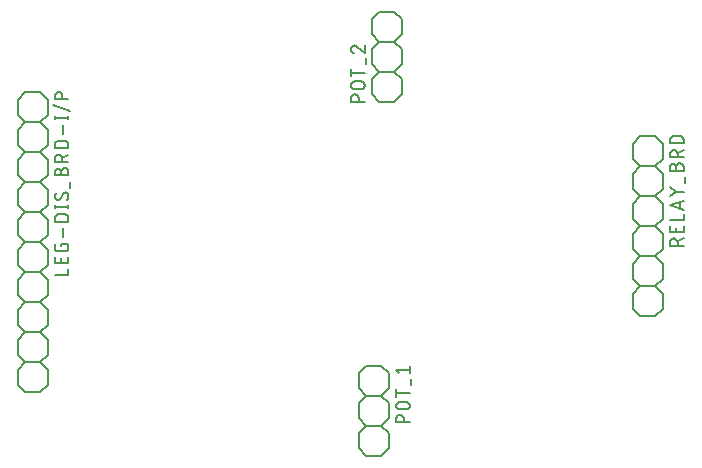
<source format=gbr>
G04 EAGLE Gerber RS-274X export*
G75*
%MOMM*%
%FSLAX34Y34*%
%LPD*%
%INSilkscreen Top*%
%IPPOS*%
%AMOC8*
5,1,8,0,0,1.08239X$1,22.5*%
G01*
%ADD10C,0.152400*%
%ADD11C,0.127000*%


D10*
X309650Y319200D02*
X316000Y312850D01*
X316000Y300150D01*
X309650Y293800D01*
X296950Y293800D01*
X290600Y300150D01*
X290600Y312850D01*
X296950Y319200D01*
X316000Y350950D02*
X316000Y363650D01*
X316000Y350950D02*
X309650Y344600D01*
X296950Y344600D01*
X290600Y350950D01*
X309650Y344600D02*
X316000Y338250D01*
X316000Y325550D01*
X309650Y319200D01*
X296950Y319200D01*
X290600Y325550D01*
X290600Y338250D01*
X296950Y344600D01*
X316000Y389050D02*
X309650Y395400D01*
X316000Y389050D02*
X316000Y376350D01*
X309650Y370000D01*
X296950Y370000D01*
X290600Y376350D01*
X290600Y389050D01*
X296950Y395400D01*
X309650Y370000D02*
X316000Y363650D01*
X296950Y370000D02*
X290600Y363650D01*
X290600Y350950D01*
X316000Y427150D02*
X316000Y439850D01*
X316000Y427150D02*
X309650Y420800D01*
X296950Y420800D01*
X290600Y427150D01*
X309650Y420800D02*
X316000Y414450D01*
X316000Y401750D01*
X309650Y395400D01*
X296950Y395400D01*
X290600Y401750D01*
X290600Y414450D01*
X296950Y420800D01*
X316000Y465250D02*
X309650Y471600D01*
X316000Y465250D02*
X316000Y452550D01*
X309650Y446200D01*
X296950Y446200D01*
X290600Y452550D01*
X290600Y465250D01*
X296950Y471600D01*
X309650Y446200D02*
X316000Y439850D01*
X296950Y446200D02*
X290600Y439850D01*
X290600Y427150D01*
X316000Y503350D02*
X316000Y516050D01*
X316000Y503350D02*
X309650Y497000D01*
X296950Y497000D01*
X290600Y503350D01*
X309650Y497000D02*
X316000Y490650D01*
X316000Y477950D01*
X309650Y471600D01*
X296950Y471600D01*
X290600Y477950D01*
X290600Y490650D01*
X296950Y497000D01*
X296950Y522400D02*
X309650Y522400D01*
X316000Y516050D01*
X296950Y522400D02*
X290600Y516050D01*
X290600Y503350D01*
X316000Y287450D02*
X316000Y274750D01*
X309650Y268400D01*
X296950Y268400D01*
X290600Y274750D01*
X309650Y293800D02*
X316000Y287450D01*
X296950Y293800D02*
X290600Y287450D01*
X290600Y274750D01*
D11*
X322223Y367803D02*
X333653Y367803D01*
X333653Y372883D01*
X333653Y377709D02*
X333653Y382789D01*
X333653Y377709D02*
X322223Y377709D01*
X322223Y382789D01*
X327303Y381519D02*
X327303Y377709D01*
X327303Y392035D02*
X327303Y393940D01*
X333653Y393940D01*
X333653Y390130D01*
X333651Y390030D01*
X333645Y389931D01*
X333635Y389831D01*
X333622Y389733D01*
X333604Y389634D01*
X333583Y389537D01*
X333558Y389441D01*
X333529Y389345D01*
X333496Y389251D01*
X333460Y389158D01*
X333420Y389067D01*
X333376Y388977D01*
X333329Y388889D01*
X333279Y388803D01*
X333225Y388719D01*
X333168Y388637D01*
X333108Y388558D01*
X333044Y388480D01*
X332978Y388406D01*
X332909Y388334D01*
X332837Y388265D01*
X332763Y388199D01*
X332685Y388135D01*
X332606Y388075D01*
X332524Y388018D01*
X332440Y387964D01*
X332354Y387914D01*
X332266Y387867D01*
X332176Y387823D01*
X332085Y387783D01*
X331992Y387747D01*
X331898Y387714D01*
X331802Y387685D01*
X331706Y387660D01*
X331609Y387639D01*
X331510Y387621D01*
X331412Y387608D01*
X331312Y387598D01*
X331213Y387592D01*
X331113Y387590D01*
X324763Y387590D01*
X324663Y387592D01*
X324564Y387598D01*
X324464Y387608D01*
X324366Y387621D01*
X324267Y387639D01*
X324170Y387660D01*
X324074Y387685D01*
X323978Y387714D01*
X323884Y387747D01*
X323791Y387783D01*
X323700Y387823D01*
X323610Y387867D01*
X323522Y387914D01*
X323436Y387964D01*
X323352Y388018D01*
X323270Y388075D01*
X323191Y388135D01*
X323113Y388199D01*
X323039Y388265D01*
X322967Y388334D01*
X322898Y388406D01*
X322832Y388480D01*
X322768Y388558D01*
X322708Y388637D01*
X322651Y388719D01*
X322597Y388803D01*
X322547Y388889D01*
X322500Y388977D01*
X322456Y389067D01*
X322416Y389158D01*
X322380Y389251D01*
X322347Y389345D01*
X322318Y389441D01*
X322293Y389537D01*
X322272Y389634D01*
X322254Y389733D01*
X322241Y389831D01*
X322231Y389931D01*
X322225Y390030D01*
X322223Y390130D01*
X322223Y393940D01*
X329208Y399528D02*
X329208Y407148D01*
X333653Y412736D02*
X322223Y412736D01*
X322223Y415911D01*
X322225Y416022D01*
X322231Y416132D01*
X322240Y416243D01*
X322254Y416353D01*
X322271Y416462D01*
X322292Y416571D01*
X322317Y416679D01*
X322346Y416786D01*
X322378Y416892D01*
X322414Y416997D01*
X322454Y417100D01*
X322497Y417202D01*
X322544Y417303D01*
X322595Y417402D01*
X322648Y417499D01*
X322705Y417593D01*
X322766Y417686D01*
X322829Y417777D01*
X322896Y417866D01*
X322966Y417952D01*
X323039Y418035D01*
X323114Y418117D01*
X323192Y418195D01*
X323274Y418270D01*
X323357Y418343D01*
X323443Y418413D01*
X323532Y418480D01*
X323623Y418543D01*
X323716Y418604D01*
X323811Y418661D01*
X323907Y418714D01*
X324006Y418765D01*
X324107Y418812D01*
X324209Y418855D01*
X324312Y418895D01*
X324417Y418931D01*
X324523Y418963D01*
X324630Y418992D01*
X324738Y419017D01*
X324847Y419038D01*
X324956Y419055D01*
X325066Y419069D01*
X325177Y419078D01*
X325287Y419084D01*
X325398Y419086D01*
X330478Y419086D01*
X330589Y419084D01*
X330699Y419078D01*
X330810Y419069D01*
X330920Y419055D01*
X331029Y419038D01*
X331138Y419017D01*
X331246Y418992D01*
X331353Y418963D01*
X331459Y418931D01*
X331564Y418895D01*
X331667Y418855D01*
X331769Y418812D01*
X331870Y418765D01*
X331969Y418714D01*
X332066Y418661D01*
X332160Y418604D01*
X332253Y418543D01*
X332344Y418480D01*
X332433Y418413D01*
X332519Y418343D01*
X332602Y418270D01*
X332684Y418195D01*
X332762Y418117D01*
X332837Y418035D01*
X332910Y417952D01*
X332980Y417866D01*
X333047Y417777D01*
X333110Y417686D01*
X333171Y417593D01*
X333228Y417499D01*
X333281Y417402D01*
X333332Y417303D01*
X333379Y417202D01*
X333422Y417100D01*
X333462Y416997D01*
X333498Y416892D01*
X333530Y416786D01*
X333559Y416679D01*
X333584Y416571D01*
X333605Y416462D01*
X333622Y416353D01*
X333636Y416243D01*
X333645Y416132D01*
X333651Y416022D01*
X333653Y415911D01*
X333653Y412736D01*
X333653Y425436D02*
X322223Y425436D01*
X333653Y424166D02*
X333653Y426706D01*
X322223Y426706D02*
X322223Y424166D01*
X333653Y434834D02*
X333651Y434934D01*
X333645Y435033D01*
X333635Y435133D01*
X333622Y435231D01*
X333604Y435330D01*
X333583Y435427D01*
X333558Y435523D01*
X333529Y435619D01*
X333496Y435713D01*
X333460Y435806D01*
X333420Y435897D01*
X333376Y435987D01*
X333329Y436075D01*
X333279Y436161D01*
X333225Y436245D01*
X333168Y436327D01*
X333108Y436406D01*
X333044Y436484D01*
X332978Y436558D01*
X332909Y436630D01*
X332837Y436699D01*
X332763Y436765D01*
X332685Y436829D01*
X332606Y436889D01*
X332524Y436946D01*
X332440Y437000D01*
X332354Y437050D01*
X332266Y437097D01*
X332176Y437141D01*
X332085Y437181D01*
X331992Y437217D01*
X331898Y437250D01*
X331802Y437279D01*
X331706Y437304D01*
X331609Y437325D01*
X331510Y437343D01*
X331412Y437356D01*
X331312Y437366D01*
X331213Y437372D01*
X331113Y437374D01*
X333653Y434834D02*
X333651Y434693D01*
X333646Y434552D01*
X333636Y434411D01*
X333623Y434270D01*
X333607Y434130D01*
X333586Y433990D01*
X333562Y433851D01*
X333534Y433712D01*
X333503Y433575D01*
X333468Y433438D01*
X333430Y433302D01*
X333388Y433167D01*
X333342Y433034D01*
X333293Y432901D01*
X333240Y432770D01*
X333184Y432641D01*
X333125Y432512D01*
X333062Y432386D01*
X332996Y432261D01*
X332927Y432138D01*
X332854Y432017D01*
X332778Y431898D01*
X332699Y431780D01*
X332618Y431665D01*
X332533Y431553D01*
X332445Y431442D01*
X332354Y431334D01*
X332261Y431228D01*
X332164Y431125D01*
X332065Y431024D01*
X324763Y431341D02*
X324663Y431343D01*
X324564Y431349D01*
X324464Y431359D01*
X324366Y431372D01*
X324267Y431390D01*
X324170Y431411D01*
X324074Y431436D01*
X323978Y431465D01*
X323884Y431498D01*
X323791Y431534D01*
X323700Y431574D01*
X323610Y431618D01*
X323522Y431665D01*
X323436Y431715D01*
X323352Y431769D01*
X323270Y431826D01*
X323191Y431886D01*
X323113Y431950D01*
X323039Y432016D01*
X322967Y432085D01*
X322898Y432157D01*
X322832Y432231D01*
X322768Y432309D01*
X322708Y432388D01*
X322651Y432470D01*
X322597Y432554D01*
X322547Y432640D01*
X322500Y432728D01*
X322456Y432818D01*
X322416Y432909D01*
X322380Y433002D01*
X322347Y433096D01*
X322318Y433192D01*
X322293Y433288D01*
X322272Y433385D01*
X322254Y433484D01*
X322241Y433582D01*
X322231Y433682D01*
X322225Y433781D01*
X322223Y433881D01*
X322225Y434014D01*
X322230Y434147D01*
X322240Y434280D01*
X322253Y434413D01*
X322270Y434545D01*
X322290Y434677D01*
X322314Y434808D01*
X322342Y434938D01*
X322373Y435068D01*
X322408Y435196D01*
X322447Y435324D01*
X322489Y435450D01*
X322535Y435575D01*
X322584Y435699D01*
X322636Y435822D01*
X322692Y435943D01*
X322752Y436062D01*
X322814Y436180D01*
X322880Y436295D01*
X322949Y436409D01*
X323022Y436521D01*
X323097Y436631D01*
X323176Y436739D01*
X326986Y432611D02*
X326934Y432527D01*
X326879Y432444D01*
X326820Y432364D01*
X326759Y432286D01*
X326695Y432211D01*
X326627Y432138D01*
X326557Y432067D01*
X326485Y432000D01*
X326410Y431935D01*
X326332Y431873D01*
X326252Y431814D01*
X326170Y431758D01*
X326086Y431706D01*
X326000Y431657D01*
X325912Y431611D01*
X325822Y431568D01*
X325731Y431529D01*
X325638Y431494D01*
X325544Y431462D01*
X325449Y431434D01*
X325353Y431409D01*
X325256Y431389D01*
X325158Y431371D01*
X325060Y431358D01*
X324961Y431349D01*
X324862Y431343D01*
X324763Y431341D01*
X328890Y436104D02*
X328942Y436188D01*
X328997Y436271D01*
X329056Y436351D01*
X329117Y436429D01*
X329181Y436504D01*
X329249Y436577D01*
X329319Y436648D01*
X329391Y436715D01*
X329466Y436780D01*
X329544Y436842D01*
X329624Y436901D01*
X329706Y436957D01*
X329790Y437009D01*
X329876Y437058D01*
X329964Y437104D01*
X330054Y437147D01*
X330145Y437186D01*
X330238Y437221D01*
X330332Y437253D01*
X330427Y437281D01*
X330523Y437306D01*
X330620Y437326D01*
X330718Y437344D01*
X330816Y437357D01*
X330915Y437366D01*
X331014Y437372D01*
X331113Y437374D01*
X328891Y436104D02*
X326986Y432611D01*
X334923Y441565D02*
X334923Y446645D01*
X327303Y451788D02*
X327303Y454963D01*
X327305Y455074D01*
X327311Y455184D01*
X327320Y455295D01*
X327334Y455405D01*
X327351Y455514D01*
X327372Y455623D01*
X327397Y455731D01*
X327426Y455838D01*
X327458Y455944D01*
X327494Y456049D01*
X327534Y456152D01*
X327577Y456254D01*
X327624Y456355D01*
X327675Y456454D01*
X327728Y456551D01*
X327785Y456645D01*
X327846Y456738D01*
X327909Y456829D01*
X327976Y456918D01*
X328046Y457004D01*
X328119Y457087D01*
X328194Y457169D01*
X328272Y457247D01*
X328354Y457322D01*
X328437Y457395D01*
X328523Y457465D01*
X328612Y457532D01*
X328703Y457595D01*
X328796Y457656D01*
X328891Y457713D01*
X328987Y457766D01*
X329086Y457817D01*
X329187Y457864D01*
X329289Y457907D01*
X329392Y457947D01*
X329497Y457983D01*
X329603Y458015D01*
X329710Y458044D01*
X329818Y458069D01*
X329927Y458090D01*
X330036Y458107D01*
X330146Y458121D01*
X330257Y458130D01*
X330367Y458136D01*
X330478Y458138D01*
X330589Y458136D01*
X330699Y458130D01*
X330810Y458121D01*
X330920Y458107D01*
X331029Y458090D01*
X331138Y458069D01*
X331246Y458044D01*
X331353Y458015D01*
X331459Y457983D01*
X331564Y457947D01*
X331667Y457907D01*
X331769Y457864D01*
X331870Y457817D01*
X331969Y457766D01*
X332066Y457713D01*
X332160Y457656D01*
X332253Y457595D01*
X332344Y457532D01*
X332433Y457465D01*
X332519Y457395D01*
X332602Y457322D01*
X332684Y457247D01*
X332762Y457169D01*
X332837Y457087D01*
X332910Y457004D01*
X332980Y456918D01*
X333047Y456829D01*
X333110Y456738D01*
X333171Y456645D01*
X333228Y456551D01*
X333281Y456454D01*
X333332Y456355D01*
X333379Y456254D01*
X333422Y456152D01*
X333462Y456049D01*
X333498Y455944D01*
X333530Y455838D01*
X333559Y455731D01*
X333584Y455623D01*
X333605Y455514D01*
X333622Y455405D01*
X333636Y455295D01*
X333645Y455184D01*
X333651Y455074D01*
X333653Y454963D01*
X333653Y451788D01*
X322223Y451788D01*
X322223Y454963D01*
X322225Y455063D01*
X322231Y455162D01*
X322241Y455262D01*
X322254Y455360D01*
X322272Y455459D01*
X322293Y455556D01*
X322318Y455652D01*
X322347Y455748D01*
X322380Y455842D01*
X322416Y455935D01*
X322456Y456026D01*
X322500Y456116D01*
X322547Y456204D01*
X322597Y456290D01*
X322651Y456374D01*
X322708Y456456D01*
X322768Y456535D01*
X322832Y456613D01*
X322898Y456687D01*
X322967Y456759D01*
X323039Y456828D01*
X323113Y456894D01*
X323191Y456958D01*
X323270Y457018D01*
X323352Y457075D01*
X323436Y457129D01*
X323522Y457179D01*
X323610Y457226D01*
X323700Y457270D01*
X323791Y457310D01*
X323884Y457346D01*
X323978Y457379D01*
X324074Y457408D01*
X324170Y457433D01*
X324267Y457454D01*
X324366Y457472D01*
X324464Y457485D01*
X324564Y457495D01*
X324663Y457501D01*
X324763Y457503D01*
X324863Y457501D01*
X324962Y457495D01*
X325062Y457485D01*
X325160Y457472D01*
X325259Y457454D01*
X325356Y457433D01*
X325452Y457408D01*
X325548Y457379D01*
X325642Y457346D01*
X325735Y457310D01*
X325826Y457270D01*
X325916Y457226D01*
X326004Y457179D01*
X326090Y457129D01*
X326174Y457075D01*
X326256Y457018D01*
X326335Y456958D01*
X326413Y456894D01*
X326487Y456828D01*
X326559Y456759D01*
X326628Y456687D01*
X326694Y456613D01*
X326758Y456535D01*
X326818Y456456D01*
X326875Y456374D01*
X326929Y456290D01*
X326979Y456204D01*
X327026Y456116D01*
X327070Y456026D01*
X327110Y455935D01*
X327146Y455842D01*
X327179Y455748D01*
X327208Y455652D01*
X327233Y455556D01*
X327254Y455459D01*
X327272Y455360D01*
X327285Y455262D01*
X327295Y455162D01*
X327301Y455063D01*
X327303Y454963D01*
X322223Y463110D02*
X333653Y463110D01*
X322223Y463110D02*
X322223Y466285D01*
X322225Y466396D01*
X322231Y466506D01*
X322240Y466617D01*
X322254Y466727D01*
X322271Y466836D01*
X322292Y466945D01*
X322317Y467053D01*
X322346Y467160D01*
X322378Y467266D01*
X322414Y467371D01*
X322454Y467474D01*
X322497Y467576D01*
X322544Y467677D01*
X322595Y467776D01*
X322648Y467873D01*
X322705Y467967D01*
X322766Y468060D01*
X322829Y468151D01*
X322896Y468240D01*
X322966Y468326D01*
X323039Y468409D01*
X323114Y468491D01*
X323192Y468569D01*
X323274Y468644D01*
X323357Y468717D01*
X323443Y468787D01*
X323532Y468854D01*
X323623Y468917D01*
X323716Y468978D01*
X323811Y469035D01*
X323907Y469088D01*
X324006Y469139D01*
X324107Y469186D01*
X324209Y469229D01*
X324312Y469269D01*
X324417Y469305D01*
X324523Y469337D01*
X324630Y469366D01*
X324738Y469391D01*
X324847Y469412D01*
X324956Y469429D01*
X325066Y469443D01*
X325177Y469452D01*
X325287Y469458D01*
X325398Y469460D01*
X325509Y469458D01*
X325619Y469452D01*
X325730Y469443D01*
X325840Y469429D01*
X325949Y469412D01*
X326058Y469391D01*
X326166Y469366D01*
X326273Y469337D01*
X326379Y469305D01*
X326484Y469269D01*
X326587Y469229D01*
X326689Y469186D01*
X326790Y469139D01*
X326889Y469088D01*
X326986Y469035D01*
X327080Y468978D01*
X327173Y468917D01*
X327264Y468854D01*
X327353Y468787D01*
X327439Y468717D01*
X327522Y468644D01*
X327604Y468569D01*
X327682Y468491D01*
X327757Y468409D01*
X327830Y468326D01*
X327900Y468240D01*
X327967Y468151D01*
X328030Y468060D01*
X328091Y467967D01*
X328148Y467873D01*
X328201Y467776D01*
X328252Y467677D01*
X328299Y467576D01*
X328342Y467474D01*
X328382Y467371D01*
X328418Y467266D01*
X328450Y467160D01*
X328479Y467053D01*
X328504Y466945D01*
X328525Y466836D01*
X328542Y466727D01*
X328556Y466617D01*
X328565Y466506D01*
X328571Y466396D01*
X328573Y466285D01*
X328573Y463110D01*
X328573Y466920D02*
X333653Y469460D01*
X333653Y474839D02*
X322223Y474839D01*
X322223Y478014D01*
X322225Y478125D01*
X322231Y478235D01*
X322240Y478346D01*
X322254Y478456D01*
X322271Y478565D01*
X322292Y478674D01*
X322317Y478782D01*
X322346Y478889D01*
X322378Y478995D01*
X322414Y479100D01*
X322454Y479203D01*
X322497Y479305D01*
X322544Y479406D01*
X322595Y479505D01*
X322648Y479602D01*
X322705Y479696D01*
X322766Y479789D01*
X322829Y479880D01*
X322896Y479969D01*
X322966Y480055D01*
X323039Y480138D01*
X323114Y480220D01*
X323192Y480298D01*
X323274Y480373D01*
X323357Y480446D01*
X323443Y480516D01*
X323532Y480583D01*
X323623Y480646D01*
X323716Y480707D01*
X323811Y480764D01*
X323907Y480817D01*
X324006Y480868D01*
X324107Y480915D01*
X324209Y480958D01*
X324312Y480998D01*
X324417Y481034D01*
X324523Y481066D01*
X324630Y481095D01*
X324738Y481120D01*
X324847Y481141D01*
X324956Y481158D01*
X325066Y481172D01*
X325177Y481181D01*
X325287Y481187D01*
X325398Y481189D01*
X330478Y481189D01*
X330589Y481187D01*
X330699Y481181D01*
X330810Y481172D01*
X330920Y481158D01*
X331029Y481141D01*
X331138Y481120D01*
X331246Y481095D01*
X331353Y481066D01*
X331459Y481034D01*
X331564Y480998D01*
X331667Y480958D01*
X331769Y480915D01*
X331870Y480868D01*
X331969Y480817D01*
X332066Y480764D01*
X332160Y480707D01*
X332253Y480646D01*
X332344Y480583D01*
X332433Y480516D01*
X332519Y480446D01*
X332602Y480373D01*
X332684Y480298D01*
X332762Y480220D01*
X332837Y480138D01*
X332910Y480055D01*
X332980Y479969D01*
X333047Y479880D01*
X333110Y479789D01*
X333171Y479696D01*
X333228Y479602D01*
X333281Y479505D01*
X333332Y479406D01*
X333379Y479305D01*
X333422Y479203D01*
X333462Y479100D01*
X333498Y478995D01*
X333530Y478889D01*
X333559Y478782D01*
X333584Y478674D01*
X333605Y478565D01*
X333622Y478456D01*
X333636Y478346D01*
X333645Y478235D01*
X333651Y478125D01*
X333653Y478014D01*
X333653Y474839D01*
X329208Y486777D02*
X329208Y494397D01*
X333653Y500493D02*
X322223Y500493D01*
X333653Y499223D02*
X333653Y501763D01*
X322223Y501763D02*
X322223Y499223D01*
X320953Y511034D02*
X334923Y505954D01*
X333653Y516177D02*
X322223Y516177D01*
X322223Y519352D01*
X322225Y519463D01*
X322231Y519573D01*
X322240Y519684D01*
X322254Y519794D01*
X322271Y519903D01*
X322292Y520012D01*
X322317Y520120D01*
X322346Y520227D01*
X322378Y520333D01*
X322414Y520438D01*
X322454Y520541D01*
X322497Y520643D01*
X322544Y520744D01*
X322595Y520843D01*
X322648Y520940D01*
X322705Y521034D01*
X322766Y521127D01*
X322829Y521218D01*
X322896Y521307D01*
X322966Y521393D01*
X323039Y521476D01*
X323114Y521558D01*
X323192Y521636D01*
X323274Y521711D01*
X323357Y521784D01*
X323443Y521854D01*
X323532Y521921D01*
X323623Y521984D01*
X323716Y522045D01*
X323811Y522102D01*
X323907Y522155D01*
X324006Y522206D01*
X324107Y522253D01*
X324209Y522296D01*
X324312Y522336D01*
X324417Y522372D01*
X324523Y522404D01*
X324630Y522433D01*
X324738Y522458D01*
X324847Y522479D01*
X324956Y522496D01*
X325066Y522510D01*
X325177Y522519D01*
X325287Y522525D01*
X325398Y522527D01*
X325509Y522525D01*
X325619Y522519D01*
X325730Y522510D01*
X325840Y522496D01*
X325949Y522479D01*
X326058Y522458D01*
X326166Y522433D01*
X326273Y522404D01*
X326379Y522372D01*
X326484Y522336D01*
X326587Y522296D01*
X326689Y522253D01*
X326790Y522206D01*
X326889Y522155D01*
X326986Y522102D01*
X327080Y522045D01*
X327173Y521984D01*
X327264Y521921D01*
X327353Y521854D01*
X327439Y521784D01*
X327522Y521711D01*
X327604Y521636D01*
X327682Y521558D01*
X327757Y521476D01*
X327830Y521393D01*
X327900Y521307D01*
X327967Y521218D01*
X328030Y521127D01*
X328091Y521034D01*
X328148Y520940D01*
X328201Y520843D01*
X328252Y520744D01*
X328299Y520643D01*
X328342Y520541D01*
X328382Y520438D01*
X328418Y520333D01*
X328450Y520227D01*
X328479Y520120D01*
X328504Y520012D01*
X328525Y519903D01*
X328542Y519794D01*
X328556Y519684D01*
X328565Y519573D01*
X328571Y519463D01*
X328573Y519352D01*
X328573Y516177D01*
D10*
X604900Y284150D02*
X604900Y271450D01*
X598550Y265100D01*
X585850Y265100D01*
X579500Y271450D01*
X598550Y265100D02*
X604900Y258750D01*
X604900Y246050D01*
X598550Y239700D01*
X585850Y239700D01*
X579500Y246050D01*
X579500Y258750D01*
X585850Y265100D01*
X585850Y290500D02*
X598550Y290500D01*
X604900Y284150D01*
X585850Y290500D02*
X579500Y284150D01*
X579500Y271450D01*
X598550Y239700D02*
X604900Y233350D01*
X604900Y220650D01*
X598550Y214300D01*
X585850Y214300D01*
X579500Y220650D01*
X579500Y233350D01*
X585850Y239700D01*
D11*
X611123Y242939D02*
X622553Y242939D01*
X611123Y242939D02*
X611123Y246114D01*
X611125Y246225D01*
X611131Y246335D01*
X611140Y246446D01*
X611154Y246556D01*
X611171Y246665D01*
X611192Y246774D01*
X611217Y246882D01*
X611246Y246989D01*
X611278Y247095D01*
X611314Y247200D01*
X611354Y247303D01*
X611397Y247405D01*
X611444Y247506D01*
X611495Y247605D01*
X611548Y247702D01*
X611605Y247796D01*
X611666Y247889D01*
X611729Y247980D01*
X611796Y248069D01*
X611866Y248155D01*
X611939Y248238D01*
X612014Y248320D01*
X612092Y248398D01*
X612174Y248473D01*
X612257Y248546D01*
X612343Y248616D01*
X612432Y248683D01*
X612523Y248746D01*
X612616Y248807D01*
X612711Y248864D01*
X612807Y248917D01*
X612906Y248968D01*
X613007Y249015D01*
X613109Y249058D01*
X613212Y249098D01*
X613317Y249134D01*
X613423Y249166D01*
X613530Y249195D01*
X613638Y249220D01*
X613747Y249241D01*
X613856Y249258D01*
X613966Y249272D01*
X614077Y249281D01*
X614187Y249287D01*
X614298Y249289D01*
X614409Y249287D01*
X614519Y249281D01*
X614630Y249272D01*
X614740Y249258D01*
X614849Y249241D01*
X614958Y249220D01*
X615066Y249195D01*
X615173Y249166D01*
X615279Y249134D01*
X615384Y249098D01*
X615487Y249058D01*
X615589Y249015D01*
X615690Y248968D01*
X615789Y248917D01*
X615886Y248864D01*
X615980Y248807D01*
X616073Y248746D01*
X616164Y248683D01*
X616253Y248616D01*
X616339Y248546D01*
X616422Y248473D01*
X616504Y248398D01*
X616582Y248320D01*
X616657Y248238D01*
X616730Y248155D01*
X616800Y248069D01*
X616867Y247980D01*
X616930Y247889D01*
X616991Y247796D01*
X617048Y247702D01*
X617101Y247605D01*
X617152Y247506D01*
X617199Y247405D01*
X617242Y247303D01*
X617282Y247200D01*
X617318Y247095D01*
X617350Y246989D01*
X617379Y246882D01*
X617404Y246774D01*
X617425Y246665D01*
X617442Y246556D01*
X617456Y246446D01*
X617465Y246335D01*
X617471Y246225D01*
X617473Y246114D01*
X617473Y242939D01*
X619378Y253797D02*
X614298Y253797D01*
X614187Y253799D01*
X614077Y253805D01*
X613966Y253814D01*
X613856Y253828D01*
X613747Y253845D01*
X613638Y253866D01*
X613530Y253891D01*
X613423Y253920D01*
X613317Y253952D01*
X613212Y253988D01*
X613109Y254028D01*
X613007Y254071D01*
X612906Y254118D01*
X612807Y254169D01*
X612711Y254222D01*
X612616Y254279D01*
X612523Y254340D01*
X612432Y254403D01*
X612343Y254470D01*
X612257Y254540D01*
X612174Y254613D01*
X612092Y254688D01*
X612014Y254766D01*
X611939Y254848D01*
X611866Y254931D01*
X611796Y255017D01*
X611729Y255106D01*
X611666Y255197D01*
X611605Y255290D01*
X611548Y255385D01*
X611495Y255481D01*
X611444Y255580D01*
X611397Y255681D01*
X611354Y255783D01*
X611314Y255886D01*
X611278Y255991D01*
X611246Y256097D01*
X611217Y256204D01*
X611192Y256312D01*
X611171Y256421D01*
X611154Y256530D01*
X611140Y256640D01*
X611131Y256751D01*
X611125Y256861D01*
X611123Y256972D01*
X611125Y257083D01*
X611131Y257193D01*
X611140Y257304D01*
X611154Y257414D01*
X611171Y257523D01*
X611192Y257632D01*
X611217Y257740D01*
X611246Y257847D01*
X611278Y257953D01*
X611314Y258058D01*
X611354Y258161D01*
X611397Y258263D01*
X611444Y258364D01*
X611495Y258463D01*
X611548Y258560D01*
X611605Y258654D01*
X611666Y258747D01*
X611729Y258838D01*
X611796Y258927D01*
X611866Y259013D01*
X611939Y259096D01*
X612014Y259178D01*
X612092Y259256D01*
X612174Y259331D01*
X612257Y259404D01*
X612343Y259474D01*
X612432Y259541D01*
X612523Y259604D01*
X612616Y259665D01*
X612711Y259722D01*
X612807Y259775D01*
X612906Y259826D01*
X613007Y259873D01*
X613109Y259916D01*
X613212Y259956D01*
X613317Y259992D01*
X613423Y260024D01*
X613530Y260053D01*
X613638Y260078D01*
X613747Y260099D01*
X613856Y260116D01*
X613966Y260130D01*
X614077Y260139D01*
X614187Y260145D01*
X614298Y260147D01*
X619378Y260147D01*
X619489Y260145D01*
X619599Y260139D01*
X619710Y260130D01*
X619820Y260116D01*
X619929Y260099D01*
X620038Y260078D01*
X620146Y260053D01*
X620253Y260024D01*
X620359Y259992D01*
X620464Y259956D01*
X620567Y259916D01*
X620669Y259873D01*
X620770Y259826D01*
X620869Y259775D01*
X620966Y259722D01*
X621060Y259665D01*
X621153Y259604D01*
X621244Y259541D01*
X621333Y259474D01*
X621419Y259404D01*
X621502Y259331D01*
X621584Y259256D01*
X621662Y259178D01*
X621737Y259096D01*
X621810Y259013D01*
X621880Y258927D01*
X621947Y258838D01*
X622010Y258747D01*
X622071Y258654D01*
X622128Y258559D01*
X622181Y258463D01*
X622232Y258364D01*
X622279Y258263D01*
X622322Y258161D01*
X622362Y258058D01*
X622398Y257953D01*
X622430Y257847D01*
X622459Y257740D01*
X622484Y257632D01*
X622505Y257523D01*
X622522Y257414D01*
X622536Y257304D01*
X622545Y257193D01*
X622551Y257083D01*
X622553Y256972D01*
X622551Y256861D01*
X622545Y256751D01*
X622536Y256640D01*
X622522Y256530D01*
X622505Y256421D01*
X622484Y256312D01*
X622459Y256204D01*
X622430Y256097D01*
X622398Y255991D01*
X622362Y255886D01*
X622322Y255783D01*
X622279Y255681D01*
X622232Y255580D01*
X622181Y255481D01*
X622128Y255384D01*
X622071Y255290D01*
X622010Y255197D01*
X621947Y255106D01*
X621880Y255017D01*
X621810Y254931D01*
X621737Y254848D01*
X621662Y254766D01*
X621584Y254688D01*
X621502Y254613D01*
X621419Y254540D01*
X621333Y254470D01*
X621244Y254403D01*
X621153Y254340D01*
X621060Y254279D01*
X620966Y254222D01*
X620869Y254169D01*
X620770Y254118D01*
X620669Y254071D01*
X620567Y254028D01*
X620464Y253988D01*
X620359Y253952D01*
X620253Y253920D01*
X620146Y253891D01*
X620038Y253866D01*
X619929Y253845D01*
X619820Y253828D01*
X619710Y253814D01*
X619599Y253805D01*
X619489Y253799D01*
X619378Y253797D01*
X622553Y267640D02*
X611123Y267640D01*
X611123Y264465D02*
X611123Y270815D01*
X623823Y274625D02*
X623823Y279705D01*
X613663Y284277D02*
X611123Y287452D01*
X622553Y287452D01*
X622553Y284277D02*
X622553Y290627D01*
D10*
X590600Y520650D02*
X590600Y533350D01*
X596950Y539700D01*
X609650Y539700D01*
X616000Y533350D01*
X596950Y539700D02*
X590600Y546050D01*
X590600Y558750D01*
X596950Y565100D01*
X609650Y565100D01*
X616000Y558750D01*
X616000Y546050D01*
X609650Y539700D01*
X609650Y514300D02*
X596950Y514300D01*
X590600Y520650D01*
X609650Y514300D02*
X616000Y520650D01*
X616000Y533350D01*
X596950Y565100D02*
X590600Y571450D01*
X590600Y584150D01*
X596950Y590500D01*
X609650Y590500D01*
X616000Y584150D01*
X616000Y571450D01*
X609650Y565100D01*
D11*
X584377Y514173D02*
X572947Y514173D01*
X572947Y517348D01*
X572949Y517459D01*
X572955Y517569D01*
X572964Y517680D01*
X572978Y517790D01*
X572995Y517899D01*
X573016Y518008D01*
X573041Y518116D01*
X573070Y518223D01*
X573102Y518329D01*
X573138Y518434D01*
X573178Y518537D01*
X573221Y518639D01*
X573268Y518740D01*
X573319Y518839D01*
X573372Y518936D01*
X573429Y519030D01*
X573490Y519123D01*
X573553Y519214D01*
X573620Y519303D01*
X573690Y519389D01*
X573763Y519472D01*
X573838Y519554D01*
X573916Y519632D01*
X573998Y519707D01*
X574081Y519780D01*
X574167Y519850D01*
X574256Y519917D01*
X574347Y519980D01*
X574440Y520041D01*
X574535Y520098D01*
X574631Y520151D01*
X574730Y520202D01*
X574831Y520249D01*
X574933Y520292D01*
X575036Y520332D01*
X575141Y520368D01*
X575247Y520400D01*
X575354Y520429D01*
X575462Y520454D01*
X575571Y520475D01*
X575680Y520492D01*
X575790Y520506D01*
X575901Y520515D01*
X576011Y520521D01*
X576122Y520523D01*
X576233Y520521D01*
X576343Y520515D01*
X576454Y520506D01*
X576564Y520492D01*
X576673Y520475D01*
X576782Y520454D01*
X576890Y520429D01*
X576997Y520400D01*
X577103Y520368D01*
X577208Y520332D01*
X577311Y520292D01*
X577413Y520249D01*
X577514Y520202D01*
X577613Y520151D01*
X577710Y520098D01*
X577804Y520041D01*
X577897Y519980D01*
X577988Y519917D01*
X578077Y519850D01*
X578163Y519780D01*
X578246Y519707D01*
X578328Y519632D01*
X578406Y519554D01*
X578481Y519472D01*
X578554Y519389D01*
X578624Y519303D01*
X578691Y519214D01*
X578754Y519123D01*
X578815Y519030D01*
X578872Y518936D01*
X578925Y518839D01*
X578976Y518740D01*
X579023Y518639D01*
X579066Y518537D01*
X579106Y518434D01*
X579142Y518329D01*
X579174Y518223D01*
X579203Y518116D01*
X579228Y518008D01*
X579249Y517899D01*
X579266Y517790D01*
X579280Y517680D01*
X579289Y517569D01*
X579295Y517459D01*
X579297Y517348D01*
X579297Y514173D01*
X581202Y525032D02*
X576122Y525032D01*
X576011Y525034D01*
X575901Y525040D01*
X575790Y525049D01*
X575680Y525063D01*
X575571Y525080D01*
X575462Y525101D01*
X575354Y525126D01*
X575247Y525155D01*
X575141Y525187D01*
X575036Y525223D01*
X574933Y525263D01*
X574831Y525306D01*
X574730Y525353D01*
X574631Y525404D01*
X574535Y525457D01*
X574440Y525514D01*
X574347Y525575D01*
X574256Y525638D01*
X574167Y525705D01*
X574081Y525775D01*
X573998Y525848D01*
X573916Y525923D01*
X573838Y526001D01*
X573763Y526083D01*
X573690Y526166D01*
X573620Y526252D01*
X573553Y526341D01*
X573490Y526432D01*
X573429Y526525D01*
X573372Y526620D01*
X573319Y526716D01*
X573268Y526815D01*
X573221Y526916D01*
X573178Y527018D01*
X573138Y527121D01*
X573102Y527226D01*
X573070Y527332D01*
X573041Y527439D01*
X573016Y527547D01*
X572995Y527656D01*
X572978Y527765D01*
X572964Y527875D01*
X572955Y527986D01*
X572949Y528096D01*
X572947Y528207D01*
X572949Y528318D01*
X572955Y528428D01*
X572964Y528539D01*
X572978Y528649D01*
X572995Y528758D01*
X573016Y528867D01*
X573041Y528975D01*
X573070Y529082D01*
X573102Y529188D01*
X573138Y529293D01*
X573178Y529396D01*
X573221Y529498D01*
X573268Y529599D01*
X573319Y529698D01*
X573372Y529795D01*
X573429Y529889D01*
X573490Y529982D01*
X573553Y530073D01*
X573620Y530162D01*
X573690Y530248D01*
X573763Y530331D01*
X573838Y530413D01*
X573916Y530491D01*
X573998Y530566D01*
X574081Y530639D01*
X574167Y530709D01*
X574256Y530776D01*
X574347Y530839D01*
X574440Y530900D01*
X574535Y530957D01*
X574631Y531010D01*
X574730Y531061D01*
X574831Y531108D01*
X574933Y531151D01*
X575036Y531191D01*
X575141Y531227D01*
X575247Y531259D01*
X575354Y531288D01*
X575462Y531313D01*
X575571Y531334D01*
X575680Y531351D01*
X575790Y531365D01*
X575901Y531374D01*
X576011Y531380D01*
X576122Y531382D01*
X581202Y531382D01*
X581313Y531380D01*
X581423Y531374D01*
X581534Y531365D01*
X581644Y531351D01*
X581753Y531334D01*
X581862Y531313D01*
X581970Y531288D01*
X582077Y531259D01*
X582183Y531227D01*
X582288Y531191D01*
X582391Y531151D01*
X582493Y531108D01*
X582594Y531061D01*
X582693Y531010D01*
X582790Y530957D01*
X582884Y530900D01*
X582977Y530839D01*
X583068Y530776D01*
X583157Y530709D01*
X583243Y530639D01*
X583326Y530566D01*
X583408Y530491D01*
X583486Y530413D01*
X583561Y530331D01*
X583634Y530248D01*
X583704Y530162D01*
X583771Y530073D01*
X583834Y529982D01*
X583895Y529889D01*
X583952Y529794D01*
X584005Y529698D01*
X584056Y529599D01*
X584103Y529498D01*
X584146Y529396D01*
X584186Y529293D01*
X584222Y529188D01*
X584254Y529082D01*
X584283Y528975D01*
X584308Y528867D01*
X584329Y528758D01*
X584346Y528649D01*
X584360Y528539D01*
X584369Y528428D01*
X584375Y528318D01*
X584377Y528207D01*
X584375Y528096D01*
X584369Y527986D01*
X584360Y527875D01*
X584346Y527765D01*
X584329Y527656D01*
X584308Y527547D01*
X584283Y527439D01*
X584254Y527332D01*
X584222Y527226D01*
X584186Y527121D01*
X584146Y527018D01*
X584103Y526916D01*
X584056Y526815D01*
X584005Y526716D01*
X583952Y526620D01*
X583895Y526525D01*
X583834Y526432D01*
X583771Y526341D01*
X583704Y526252D01*
X583634Y526166D01*
X583561Y526083D01*
X583486Y526001D01*
X583408Y525923D01*
X583326Y525848D01*
X583243Y525775D01*
X583157Y525705D01*
X583068Y525638D01*
X582977Y525575D01*
X582884Y525514D01*
X582790Y525457D01*
X582693Y525404D01*
X582594Y525353D01*
X582493Y525306D01*
X582391Y525263D01*
X582288Y525223D01*
X582183Y525187D01*
X582077Y525155D01*
X581970Y525126D01*
X581862Y525101D01*
X581753Y525080D01*
X581644Y525063D01*
X581534Y525049D01*
X581423Y525040D01*
X581313Y525034D01*
X581202Y525032D01*
X584377Y538875D02*
X572947Y538875D01*
X572947Y535700D02*
X572947Y542050D01*
X585647Y545860D02*
X585647Y550940D01*
X575805Y561862D02*
X575701Y561860D01*
X575596Y561854D01*
X575492Y561845D01*
X575389Y561832D01*
X575286Y561814D01*
X575184Y561794D01*
X575082Y561769D01*
X574982Y561741D01*
X574882Y561709D01*
X574784Y561673D01*
X574687Y561634D01*
X574592Y561592D01*
X574498Y561546D01*
X574406Y561496D01*
X574316Y561444D01*
X574228Y561388D01*
X574142Y561328D01*
X574058Y561266D01*
X573977Y561201D01*
X573898Y561133D01*
X573821Y561061D01*
X573748Y560988D01*
X573676Y560911D01*
X573608Y560832D01*
X573543Y560751D01*
X573481Y560667D01*
X573421Y560581D01*
X573365Y560493D01*
X573313Y560403D01*
X573263Y560311D01*
X573217Y560217D01*
X573175Y560122D01*
X573136Y560025D01*
X573100Y559927D01*
X573068Y559827D01*
X573040Y559727D01*
X573015Y559625D01*
X572995Y559523D01*
X572977Y559420D01*
X572964Y559317D01*
X572955Y559213D01*
X572949Y559108D01*
X572947Y559004D01*
X572949Y558886D01*
X572955Y558767D01*
X572964Y558649D01*
X572977Y558532D01*
X572995Y558415D01*
X573015Y558298D01*
X573040Y558182D01*
X573068Y558067D01*
X573101Y557954D01*
X573136Y557841D01*
X573176Y557729D01*
X573218Y557619D01*
X573265Y557510D01*
X573315Y557402D01*
X573368Y557297D01*
X573425Y557193D01*
X573485Y557091D01*
X573548Y556991D01*
X573615Y556893D01*
X573684Y556797D01*
X573757Y556704D01*
X573833Y556613D01*
X573911Y556524D01*
X573993Y556438D01*
X574077Y556355D01*
X574163Y556274D01*
X574253Y556197D01*
X574344Y556122D01*
X574438Y556050D01*
X574535Y555981D01*
X574633Y555916D01*
X574734Y555853D01*
X574837Y555794D01*
X574941Y555738D01*
X575047Y555686D01*
X575155Y555637D01*
X575264Y555592D01*
X575375Y555550D01*
X575487Y555512D01*
X578027Y560909D02*
X577952Y560985D01*
X577873Y561060D01*
X577792Y561131D01*
X577708Y561200D01*
X577622Y561265D01*
X577534Y561327D01*
X577444Y561387D01*
X577352Y561443D01*
X577257Y561496D01*
X577161Y561545D01*
X577063Y561591D01*
X576964Y561634D01*
X576863Y561673D01*
X576761Y561708D01*
X576658Y561740D01*
X576554Y561768D01*
X576449Y561793D01*
X576342Y561814D01*
X576236Y561831D01*
X576129Y561844D01*
X576021Y561853D01*
X575913Y561859D01*
X575805Y561861D01*
X578027Y560909D02*
X584377Y555512D01*
X584377Y561862D01*
D10*
X836800Y402550D02*
X836800Y389850D01*
X830450Y383500D01*
X817750Y383500D01*
X811400Y389850D01*
X830450Y383500D02*
X836800Y377150D01*
X836800Y364450D01*
X830450Y358100D01*
X817750Y358100D01*
X811400Y364450D01*
X811400Y377150D01*
X817750Y383500D01*
X836800Y427950D02*
X830450Y434300D01*
X836800Y427950D02*
X836800Y415250D01*
X830450Y408900D01*
X817750Y408900D01*
X811400Y415250D01*
X811400Y427950D01*
X817750Y434300D01*
X830450Y408900D02*
X836800Y402550D01*
X817750Y408900D02*
X811400Y402550D01*
X811400Y389850D01*
X836800Y466050D02*
X836800Y478750D01*
X836800Y466050D02*
X830450Y459700D01*
X817750Y459700D01*
X811400Y466050D01*
X830450Y459700D02*
X836800Y453350D01*
X836800Y440650D01*
X830450Y434300D01*
X817750Y434300D01*
X811400Y440650D01*
X811400Y453350D01*
X817750Y459700D01*
X817750Y485100D02*
X830450Y485100D01*
X836800Y478750D01*
X817750Y485100D02*
X811400Y478750D01*
X811400Y466050D01*
X836800Y351750D02*
X836800Y339050D01*
X830450Y332700D01*
X817750Y332700D01*
X811400Y339050D01*
X830450Y358100D02*
X836800Y351750D01*
X817750Y358100D02*
X811400Y351750D01*
X811400Y339050D01*
D11*
X843023Y392092D02*
X854453Y392092D01*
X843023Y392092D02*
X843023Y395267D01*
X843025Y395378D01*
X843031Y395488D01*
X843040Y395599D01*
X843054Y395709D01*
X843071Y395818D01*
X843092Y395927D01*
X843117Y396035D01*
X843146Y396142D01*
X843178Y396248D01*
X843214Y396353D01*
X843254Y396456D01*
X843297Y396558D01*
X843344Y396659D01*
X843395Y396758D01*
X843448Y396855D01*
X843505Y396949D01*
X843566Y397042D01*
X843629Y397133D01*
X843696Y397222D01*
X843766Y397308D01*
X843839Y397391D01*
X843914Y397473D01*
X843992Y397551D01*
X844074Y397626D01*
X844157Y397699D01*
X844243Y397769D01*
X844332Y397836D01*
X844423Y397899D01*
X844516Y397960D01*
X844611Y398017D01*
X844707Y398070D01*
X844806Y398121D01*
X844907Y398168D01*
X845009Y398211D01*
X845112Y398251D01*
X845217Y398287D01*
X845323Y398319D01*
X845430Y398348D01*
X845538Y398373D01*
X845647Y398394D01*
X845756Y398411D01*
X845866Y398425D01*
X845977Y398434D01*
X846087Y398440D01*
X846198Y398442D01*
X846309Y398440D01*
X846419Y398434D01*
X846530Y398425D01*
X846640Y398411D01*
X846749Y398394D01*
X846858Y398373D01*
X846966Y398348D01*
X847073Y398319D01*
X847179Y398287D01*
X847284Y398251D01*
X847387Y398211D01*
X847489Y398168D01*
X847590Y398121D01*
X847689Y398070D01*
X847786Y398017D01*
X847880Y397960D01*
X847973Y397899D01*
X848064Y397836D01*
X848153Y397769D01*
X848239Y397699D01*
X848322Y397626D01*
X848404Y397551D01*
X848482Y397473D01*
X848557Y397391D01*
X848630Y397308D01*
X848700Y397222D01*
X848767Y397133D01*
X848830Y397042D01*
X848891Y396949D01*
X848948Y396855D01*
X849001Y396758D01*
X849052Y396659D01*
X849099Y396558D01*
X849142Y396456D01*
X849182Y396353D01*
X849218Y396248D01*
X849250Y396142D01*
X849279Y396035D01*
X849304Y395927D01*
X849325Y395818D01*
X849342Y395709D01*
X849356Y395599D01*
X849365Y395488D01*
X849371Y395378D01*
X849373Y395267D01*
X849373Y392092D01*
X849373Y395902D02*
X854453Y398442D01*
X854453Y403845D02*
X854453Y408925D01*
X854453Y403845D02*
X843023Y403845D01*
X843023Y408925D01*
X848103Y407655D02*
X848103Y403845D01*
X843023Y413751D02*
X854453Y413751D01*
X854453Y418831D01*
X854453Y422616D02*
X843023Y426426D01*
X854453Y430236D01*
X851596Y429284D02*
X851596Y423569D01*
X843023Y434046D02*
X848421Y437856D01*
X843023Y441666D01*
X848421Y437856D02*
X854453Y437856D01*
X855723Y445603D02*
X855723Y450683D01*
X848103Y455827D02*
X848103Y459002D01*
X848105Y459113D01*
X848111Y459223D01*
X848120Y459334D01*
X848134Y459444D01*
X848151Y459553D01*
X848172Y459662D01*
X848197Y459770D01*
X848226Y459877D01*
X848258Y459983D01*
X848294Y460088D01*
X848334Y460191D01*
X848377Y460293D01*
X848424Y460394D01*
X848475Y460493D01*
X848528Y460590D01*
X848585Y460684D01*
X848646Y460777D01*
X848709Y460868D01*
X848776Y460957D01*
X848846Y461043D01*
X848919Y461126D01*
X848994Y461208D01*
X849072Y461286D01*
X849154Y461361D01*
X849237Y461434D01*
X849323Y461504D01*
X849412Y461571D01*
X849503Y461634D01*
X849596Y461695D01*
X849691Y461752D01*
X849787Y461805D01*
X849886Y461856D01*
X849987Y461903D01*
X850089Y461946D01*
X850192Y461986D01*
X850297Y462022D01*
X850403Y462054D01*
X850510Y462083D01*
X850618Y462108D01*
X850727Y462129D01*
X850836Y462146D01*
X850946Y462160D01*
X851057Y462169D01*
X851167Y462175D01*
X851278Y462177D01*
X851389Y462175D01*
X851499Y462169D01*
X851610Y462160D01*
X851720Y462146D01*
X851829Y462129D01*
X851938Y462108D01*
X852046Y462083D01*
X852153Y462054D01*
X852259Y462022D01*
X852364Y461986D01*
X852467Y461946D01*
X852569Y461903D01*
X852670Y461856D01*
X852769Y461805D01*
X852866Y461752D01*
X852960Y461695D01*
X853053Y461634D01*
X853144Y461571D01*
X853233Y461504D01*
X853319Y461434D01*
X853402Y461361D01*
X853484Y461286D01*
X853562Y461208D01*
X853637Y461126D01*
X853710Y461043D01*
X853780Y460957D01*
X853847Y460868D01*
X853910Y460777D01*
X853971Y460684D01*
X854028Y460590D01*
X854081Y460493D01*
X854132Y460394D01*
X854179Y460293D01*
X854222Y460191D01*
X854262Y460088D01*
X854298Y459983D01*
X854330Y459877D01*
X854359Y459770D01*
X854384Y459662D01*
X854405Y459553D01*
X854422Y459444D01*
X854436Y459334D01*
X854445Y459223D01*
X854451Y459113D01*
X854453Y459002D01*
X854453Y455827D01*
X843023Y455827D01*
X843023Y459002D01*
X843025Y459102D01*
X843031Y459201D01*
X843041Y459301D01*
X843054Y459399D01*
X843072Y459498D01*
X843093Y459595D01*
X843118Y459691D01*
X843147Y459787D01*
X843180Y459881D01*
X843216Y459974D01*
X843256Y460065D01*
X843300Y460155D01*
X843347Y460243D01*
X843397Y460329D01*
X843451Y460413D01*
X843508Y460495D01*
X843568Y460574D01*
X843632Y460652D01*
X843698Y460726D01*
X843767Y460798D01*
X843839Y460867D01*
X843913Y460933D01*
X843991Y460997D01*
X844070Y461057D01*
X844152Y461114D01*
X844236Y461168D01*
X844322Y461218D01*
X844410Y461265D01*
X844500Y461309D01*
X844591Y461349D01*
X844684Y461385D01*
X844778Y461418D01*
X844874Y461447D01*
X844970Y461472D01*
X845067Y461493D01*
X845166Y461511D01*
X845264Y461524D01*
X845364Y461534D01*
X845463Y461540D01*
X845563Y461542D01*
X845663Y461540D01*
X845762Y461534D01*
X845862Y461524D01*
X845960Y461511D01*
X846059Y461493D01*
X846156Y461472D01*
X846252Y461447D01*
X846348Y461418D01*
X846442Y461385D01*
X846535Y461349D01*
X846626Y461309D01*
X846716Y461265D01*
X846804Y461218D01*
X846890Y461168D01*
X846974Y461114D01*
X847056Y461057D01*
X847135Y460997D01*
X847213Y460933D01*
X847287Y460867D01*
X847359Y460798D01*
X847428Y460726D01*
X847494Y460652D01*
X847558Y460574D01*
X847618Y460495D01*
X847675Y460413D01*
X847729Y460329D01*
X847779Y460243D01*
X847826Y460155D01*
X847870Y460065D01*
X847910Y459974D01*
X847946Y459881D01*
X847979Y459787D01*
X848008Y459691D01*
X848033Y459595D01*
X848054Y459498D01*
X848072Y459399D01*
X848085Y459301D01*
X848095Y459201D01*
X848101Y459102D01*
X848103Y459002D01*
X843023Y467149D02*
X854453Y467149D01*
X843023Y467149D02*
X843023Y470324D01*
X843025Y470435D01*
X843031Y470545D01*
X843040Y470656D01*
X843054Y470766D01*
X843071Y470875D01*
X843092Y470984D01*
X843117Y471092D01*
X843146Y471199D01*
X843178Y471305D01*
X843214Y471410D01*
X843254Y471513D01*
X843297Y471615D01*
X843344Y471716D01*
X843395Y471815D01*
X843448Y471912D01*
X843505Y472006D01*
X843566Y472099D01*
X843629Y472190D01*
X843696Y472279D01*
X843766Y472365D01*
X843839Y472448D01*
X843914Y472530D01*
X843992Y472608D01*
X844074Y472683D01*
X844157Y472756D01*
X844243Y472826D01*
X844332Y472893D01*
X844423Y472956D01*
X844516Y473017D01*
X844611Y473074D01*
X844707Y473127D01*
X844806Y473178D01*
X844907Y473225D01*
X845009Y473268D01*
X845112Y473308D01*
X845217Y473344D01*
X845323Y473376D01*
X845430Y473405D01*
X845538Y473430D01*
X845647Y473451D01*
X845756Y473468D01*
X845866Y473482D01*
X845977Y473491D01*
X846087Y473497D01*
X846198Y473499D01*
X846309Y473497D01*
X846419Y473491D01*
X846530Y473482D01*
X846640Y473468D01*
X846749Y473451D01*
X846858Y473430D01*
X846966Y473405D01*
X847073Y473376D01*
X847179Y473344D01*
X847284Y473308D01*
X847387Y473268D01*
X847489Y473225D01*
X847590Y473178D01*
X847689Y473127D01*
X847786Y473074D01*
X847880Y473017D01*
X847973Y472956D01*
X848064Y472893D01*
X848153Y472826D01*
X848239Y472756D01*
X848322Y472683D01*
X848404Y472608D01*
X848482Y472530D01*
X848557Y472448D01*
X848630Y472365D01*
X848700Y472279D01*
X848767Y472190D01*
X848830Y472099D01*
X848891Y472006D01*
X848948Y471912D01*
X849001Y471815D01*
X849052Y471716D01*
X849099Y471615D01*
X849142Y471513D01*
X849182Y471410D01*
X849218Y471305D01*
X849250Y471199D01*
X849279Y471092D01*
X849304Y470984D01*
X849325Y470875D01*
X849342Y470766D01*
X849356Y470656D01*
X849365Y470545D01*
X849371Y470435D01*
X849373Y470324D01*
X849373Y467149D01*
X849373Y470959D02*
X854453Y473499D01*
X854453Y478877D02*
X843023Y478877D01*
X843023Y482052D01*
X843025Y482163D01*
X843031Y482273D01*
X843040Y482384D01*
X843054Y482494D01*
X843071Y482603D01*
X843092Y482712D01*
X843117Y482820D01*
X843146Y482927D01*
X843178Y483033D01*
X843214Y483138D01*
X843254Y483241D01*
X843297Y483343D01*
X843344Y483444D01*
X843395Y483543D01*
X843448Y483640D01*
X843505Y483734D01*
X843566Y483827D01*
X843629Y483918D01*
X843696Y484007D01*
X843766Y484093D01*
X843839Y484176D01*
X843914Y484258D01*
X843992Y484336D01*
X844074Y484411D01*
X844157Y484484D01*
X844243Y484554D01*
X844332Y484621D01*
X844423Y484684D01*
X844516Y484745D01*
X844611Y484802D01*
X844707Y484855D01*
X844806Y484906D01*
X844907Y484953D01*
X845009Y484996D01*
X845112Y485036D01*
X845217Y485072D01*
X845323Y485104D01*
X845430Y485133D01*
X845538Y485158D01*
X845647Y485179D01*
X845756Y485196D01*
X845866Y485210D01*
X845977Y485219D01*
X846087Y485225D01*
X846198Y485227D01*
X851278Y485227D01*
X851389Y485225D01*
X851499Y485219D01*
X851610Y485210D01*
X851720Y485196D01*
X851829Y485179D01*
X851938Y485158D01*
X852046Y485133D01*
X852153Y485104D01*
X852259Y485072D01*
X852364Y485036D01*
X852467Y484996D01*
X852569Y484953D01*
X852670Y484906D01*
X852769Y484855D01*
X852866Y484802D01*
X852960Y484745D01*
X853053Y484684D01*
X853144Y484621D01*
X853233Y484554D01*
X853319Y484484D01*
X853402Y484411D01*
X853484Y484336D01*
X853562Y484258D01*
X853637Y484176D01*
X853710Y484093D01*
X853780Y484007D01*
X853847Y483918D01*
X853910Y483827D01*
X853971Y483734D01*
X854028Y483640D01*
X854081Y483543D01*
X854132Y483444D01*
X854179Y483343D01*
X854222Y483241D01*
X854262Y483138D01*
X854298Y483033D01*
X854330Y482927D01*
X854359Y482820D01*
X854384Y482712D01*
X854405Y482603D01*
X854422Y482494D01*
X854436Y482384D01*
X854445Y482273D01*
X854451Y482163D01*
X854453Y482052D01*
X854453Y478877D01*
M02*

</source>
